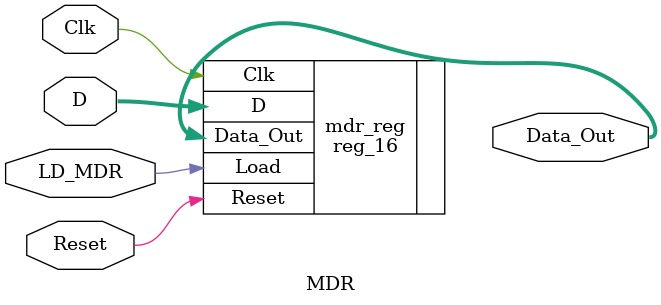
<source format=sv>
module MDR (input logic Clk,
			  input logic Reset,
			  input logic LD_MDR,
			  input logic [15:0] D,
			  output logic [15:0] Data_Out);

reg_16 mdr_reg(.Clk(Clk), .Reset(Reset), .Load(LD_MDR), .D(D), .Data_Out(Data_Out));

endmodule

</source>
